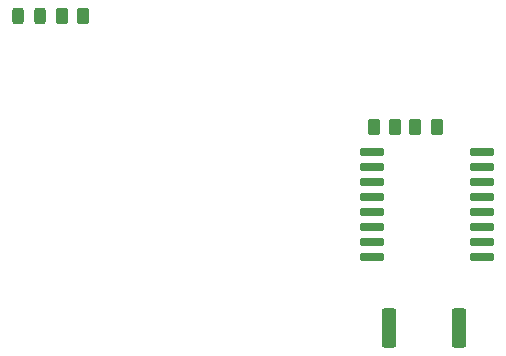
<source format=gbr>
%TF.GenerationSoftware,KiCad,Pcbnew,7.0.7*%
%TF.CreationDate,2023-09-13T14:26:25-04:00*%
%TF.ProjectId,Alim12,416c696d-3132-42e6-9b69-6361645f7063,rev?*%
%TF.SameCoordinates,Original*%
%TF.FileFunction,Paste,Top*%
%TF.FilePolarity,Positive*%
%FSLAX46Y46*%
G04 Gerber Fmt 4.6, Leading zero omitted, Abs format (unit mm)*
G04 Created by KiCad (PCBNEW 7.0.7) date 2023-09-13 14:26:25*
%MOMM*%
%LPD*%
G01*
G04 APERTURE LIST*
G04 Aperture macros list*
%AMRoundRect*
0 Rectangle with rounded corners*
0 $1 Rounding radius*
0 $2 $3 $4 $5 $6 $7 $8 $9 X,Y pos of 4 corners*
0 Add a 4 corners polygon primitive as box body*
4,1,4,$2,$3,$4,$5,$6,$7,$8,$9,$2,$3,0*
0 Add four circle primitives for the rounded corners*
1,1,$1+$1,$2,$3*
1,1,$1+$1,$4,$5*
1,1,$1+$1,$6,$7*
1,1,$1+$1,$8,$9*
0 Add four rect primitives between the rounded corners*
20,1,$1+$1,$2,$3,$4,$5,0*
20,1,$1+$1,$4,$5,$6,$7,0*
20,1,$1+$1,$6,$7,$8,$9,0*
20,1,$1+$1,$8,$9,$2,$3,0*%
G04 Aperture macros list end*
%ADD10RoundRect,0.250000X0.262500X0.450000X-0.262500X0.450000X-0.262500X-0.450000X0.262500X-0.450000X0*%
%ADD11RoundRect,0.250000X0.362500X1.425000X-0.362500X1.425000X-0.362500X-1.425000X0.362500X-1.425000X0*%
%ADD12RoundRect,0.243750X-0.243750X-0.456250X0.243750X-0.456250X0.243750X0.456250X-0.243750X0.456250X0*%
%ADD13RoundRect,0.250000X-0.262500X-0.450000X0.262500X-0.450000X0.262500X0.450000X-0.262500X0.450000X0*%
%ADD14RoundRect,0.030000X-0.970000X-0.270000X0.970000X-0.270000X0.970000X0.270000X-0.970000X0.270000X0*%
G04 APERTURE END LIST*
D10*
%TO.C,R3*%
X143672500Y-103070000D03*
X141847500Y-103070000D03*
%TD*%
D11*
%TO.C,R1*%
X149060000Y-120040000D03*
X143135000Y-120040000D03*
%TD*%
D10*
%TO.C,R5*%
X117260000Y-93660000D03*
X115435000Y-93660000D03*
%TD*%
D12*
%TO.C,D2*%
X111715000Y-93660000D03*
X113590000Y-93660000D03*
%TD*%
D13*
%TO.C,R2*%
X145345000Y-103070000D03*
X147170000Y-103070000D03*
%TD*%
D14*
%TO.C,U1*%
X141720000Y-105180000D03*
X141720000Y-106450000D03*
X141720000Y-107720000D03*
X141720000Y-108990000D03*
X141720000Y-110260000D03*
X141720000Y-111530000D03*
X141720000Y-112800000D03*
X141720000Y-114070000D03*
X151020000Y-114070000D03*
X151020000Y-112800000D03*
X151020000Y-111530000D03*
X151020000Y-110260000D03*
X151020000Y-108990000D03*
X151020000Y-107720000D03*
X151020000Y-106450000D03*
X151020000Y-105180000D03*
%TD*%
M02*

</source>
